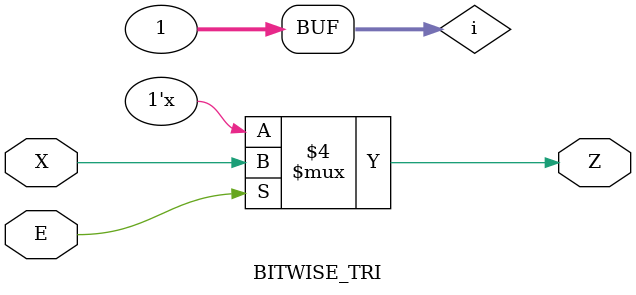
<source format=v>
`timescale 1ns / 1ps


/* 
    -Primitive gates. Equivalent to language primitives
*/


module AND (
    input   wire   X0,
    input   wire   X1,      
    output  wire   Z
    );
   assign Z = X1 & X0;
endmodule


module OR (
    input   wire   X0,
    input   wire   X1,      
    output  wire   Z
    );
   assign Z = X1 | X0;
endmodule

// CAREFUL: This is a unary operator
module NOT (
    input   wire   X,      
    output  wire   Z
   );
   assign Z = ~X;
endmodule


module NAND (
    input   wire   X0,
    input   wire   X1,      
    output  wire   Z
    );
   assign Z = ~(X1 & X0);
endmodule


module NOR (
    input   wire   X0,
    input   wire   X1,      
    output  wire   Z
    );
   assign Z = ~(X1 | X0);
endmodule


module XOR (
    input   wire   X0,
    input   wire   X1,      
    output  wire   Z
    );
   assign Z = X1 ^ X0;
endmodule


module XNOR (
    input   wire   X0,
    input   wire   X1,      
    output  wire   Z
    );
   assign Z = ~(X1 ^ X0);
endmodule

// CAREFUL: Inactive output is high impedance unlike the
// low output which is logic zero.
module TRI (
    input wire X,
    input wire E,
    output wire Z
    );
    assign Z = E==1 ? X : 1'bz;
endmodule
    


/*
    -Extended versions of primitive gates. 
    -Unless it is explicitly required to use structural
    model, use the binary and reduction operators.
        Y1 = &A; //reduction AND
        Y2 = |A; //reduction OR
        Y3 = ~&A; //reduction NAND
        Y4 = ~|A; //reduction NOR
        Y5 = ^A; //reduction XOR
        Y6 = ~^A; //reduction XNOR
*/


module REDUCTION_AND #(
    parameter    N     =   1,
    localparam   MSB   =   N-1,
    localparam   LSB   =   0
    )(
    input   wire   [MSB:LSB]   X,
    output  wire               Z
    );
   assign Z = &X;
endmodule


module REDUCTION_OR #(
    parameter    N     =   1,
    localparam   MSB   =   N-1,
    localparam   LSB   =   0
    )(
    input   wire   [MSB:LSB]   X,
    output  wire               Z
    );
   assign Z = |X;
endmodule

// CAREFUL: this is not a reduction operator
module BITWISE_NOT #(
    parameter    N     =   1,
    localparam   MSB   =   N-1,
    localparam   LSB   =   0
    )(
    input   wire   [MSB:LSB]   X,
    output  wire   [MSB:LSB]   Z
    );
   assign Z = ~X;
endmodule


module REDUCTION_NAND #(
    parameter    N     =   1,
    localparam   MSB   =   N-1,
    localparam   LSB   =   0
    )(
    input   wire   [MSB:LSB]   X,
    output  wire               Z
    );
   assign Z = ~&X;
endmodule


module REDUCTION_NOR #(
    parameter    N     =   1,
    localparam   MSB   =   N-1,
    localparam   LSB   =   0
    )(
    input   wire   [MSB:LSB]   X,
    output  wire               Z
    );
   assign Z = ~|X;
endmodule


module REDUCTION_XOR #(
    parameter    N     =   1,
    localparam   MSB   =   N-1,
    localparam   LSB   =   0
    )(
    input   wire   [MSB:LSB]   X,
    output  wire               Z
    );
   assign Z = ^X;
endmodule


module REDUCTION_XNOR #(
    parameter    N     =   1,
    localparam   MSB   =   N-1,
    localparam   LSB   =   0
    )(
    input   wire   [MSB:LSB]   X,
    output  wire               Z
    );
   assign Z = ~^X;
endmodule

// CAREFUL: this is not a reduction operator
module BITWISE_TRI #(
    parameter    N     =   1,
    localparam   MSB   =   N-1,
    localparam   LSB   =   0
    )(
    input  wire [MSB:LSB] X,
    input  wire           E,
    output reg [MSB:LSB] Z
    );
    integer i;
    always @(*) begin
        for(i=0; i<N; i=i+1) begin
            Z[i] = E==1 ? X[i] : 1'bz;
        end
    end
endmodule

// CAREFUL: this is not a reduction operator
//module BITWISE_TRI #(
//    parameter    N     =   1,
//    localparam   MSB   =   N-1,
//    localparam   LSB   =   0
//    )(
//    input  wire [MSB:LSB] X,
//    input  wire           E,
//    output wire [MSB:LSB] Z
//    );
//    genvar j;
//    generate
//        for (j=0; j<N; j=j+1) begin
//            TRI triJ (.X(X[j]), .E(E), .Z(Z[j]));
//        end
//    endgenerate
//endmodule


</source>
